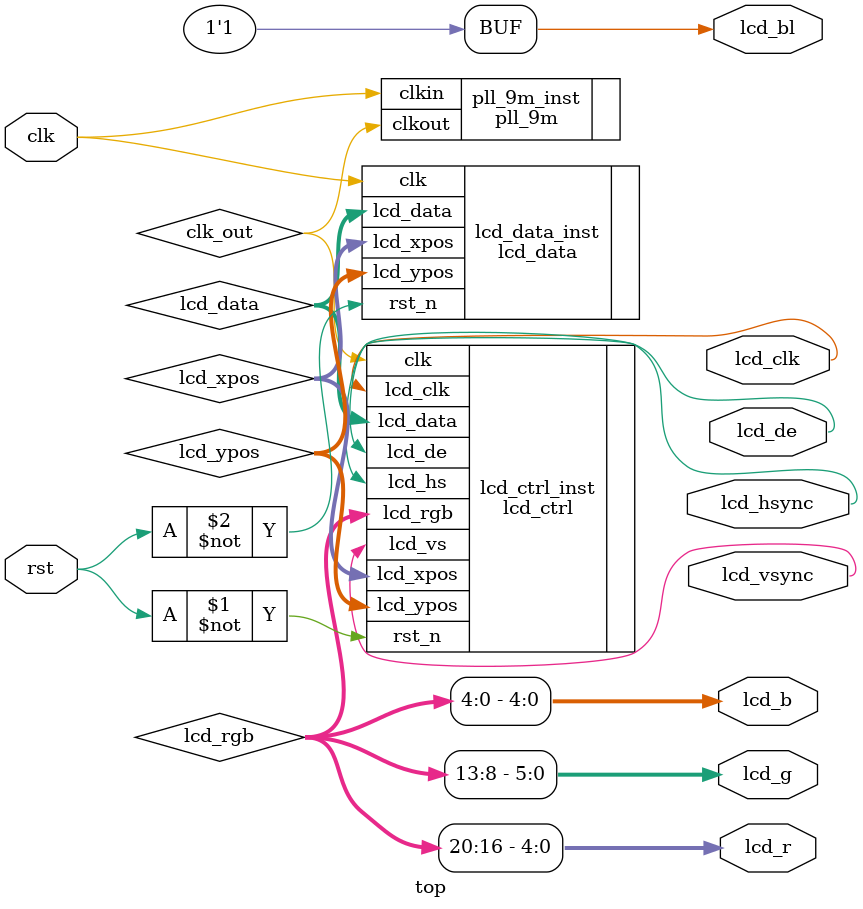
<source format=v>
module top (
    input           clk,
    input           rst,

	output [4:0]  	lcd_r,
	output [5:0]  	lcd_g,
	output [4:0]  	lcd_b,
    output          lcd_de,
    output          lcd_hsync,
    output          lcd_vsync,
    output          lcd_clk,
	output			lcd_bl
);

assign lcd_bl = 1'b1 ;

pll_9m pll_9m_inst(
    .clkout (clk_out),  //output clkout
    .clkin  (clk)     //input clkin
);

parameter para = 8 ;

wire [23:0] lcd_rgb  ;
wire [23:0] lcd_data ;

assign lcd_r[4:0] = lcd_rgb[4+ para*2:para*2];
assign lcd_g[5:0] = lcd_rgb[5+ para*1:para*1];
assign lcd_b[4:0] = lcd_rgb[4+ para*0:para*0];

wire	[11:0]	lcd_xpos;		
wire	[11:0]	lcd_ypos;		

lcd_ctrl lcd_ctrl_inst (
	.clk        (clk_out)    ,      //lcd clock
	.rst_n      (~rst)      ,      //sync reset
	.lcd_data   (lcd_data)   ,      //lcd data
	.lcd_clk    (lcd_clk)    ,      //lcd pixel clock
	.lcd_hs     (lcd_hsync)  ,	    //lcd horizontal sync
	.lcd_vs     (lcd_vsync)  ,	    //lcd vertical sync
	.lcd_de     (lcd_de)     ,	    //lcd display enable; 1:Display Enable Signal;0: Disable Ddsplay
	.lcd_rgb    (lcd_rgb)    ,      //lcd display data
	.lcd_xpos   (lcd_xpos)   ,      //lcd horizontal coordinate
	.lcd_ypos   (lcd_ypos)		    //lcd vertical coordinate
);

lcd_data lcd_data_inst( 
	.clk(clk),	
	.rst_n(~rst),	
	.lcd_xpos(lcd_xpos),	//lcd horizontal coordinate
	.lcd_ypos(lcd_ypos),	//lcd vertical coordinate
	
	.lcd_data(lcd_data)	    //lcd data
);

endmodule
</source>
